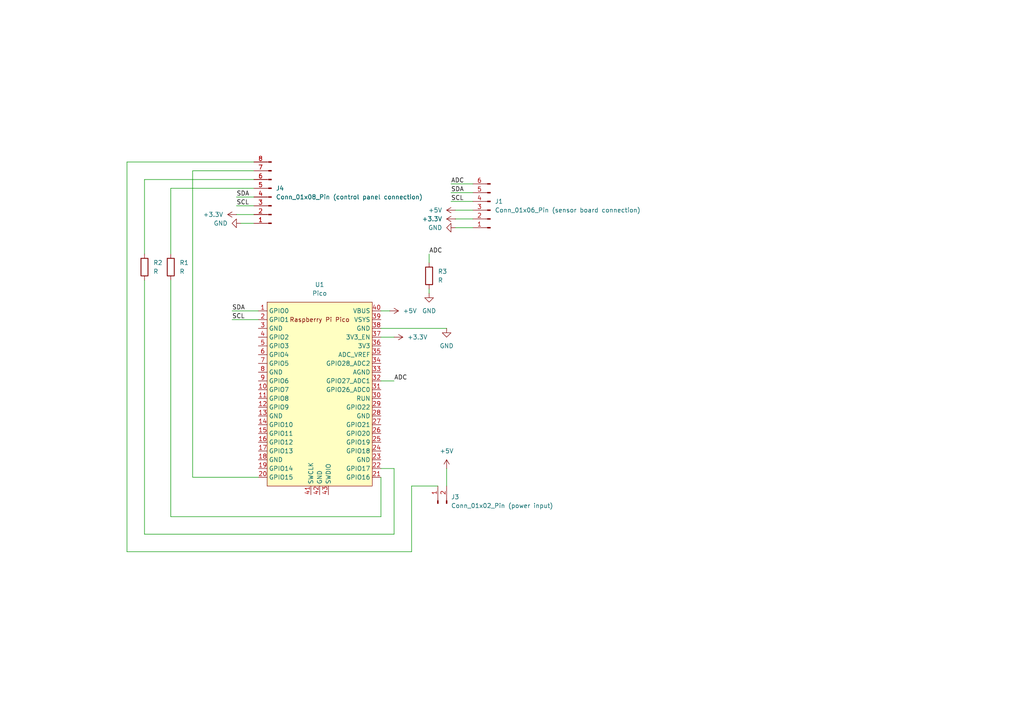
<source format=kicad_sch>
(kicad_sch (version 20250114) (generator "eeschema") (generator_version "9.0")
  (paper "A4")
  (lib_symbols
    (symbol "Connector:Conn_01x02_Pin" (pin_names (offset 1.016) (hide yes))
      (property "Reference" "J" (at 0 2.54 0))
      (property "Value" "Conn_01x02_Pin" (at 0 -5.08 0))
      (symbol "Conn_01x02_Pin_1_1"
        (rectangle (start 0.8636 0.127) (end 0 -0.127) (stroke (width 0.1524)) (fill (type outline)))
        (rectangle (start 0.8636 -2.413) (end 0 -2.667) (stroke (width 0.1524)) (fill (type outline)))
        (polyline (pts (xy 1.27 0) (xy 0.8636 0)) (stroke (width 0.1524)))
        (polyline (pts (xy 1.27 -2.54) (xy 0.8636 -2.54)) (stroke (width 0.1524)))
        (pin passive line (at 5.08 0 180) (length 3.81) (name "Pin_1") (number "1"))
        (pin passive line (at 5.08 -2.54 180) (length 3.81) (name "Pin_2") (number "2"))
      )
    )
    (symbol "Connector:Conn_01x06_Pin" (pin_names (offset 1.016) (hide yes))
      (property "Reference" "J" (at 0 7.62 0))
      (property "Value" "Conn_01x06_Pin" (at 0 -10.16 0))
      (symbol "Conn_01x06_Pin_1_1"
        (rectangle (start 0.8636 5.207) (end 0 4.953) (stroke (width 0.1524)) (fill (type outline)))
        (rectangle (start 0.8636 2.667) (end 0 2.413) (stroke (width 0.1524)) (fill (type outline)))
        (rectangle (start 0.8636 0.127) (end 0 -0.127) (stroke (width 0.1524)) (fill (type outline)))
        (rectangle (start 0.8636 -2.413) (end 0 -2.667) (stroke (width 0.1524)) (fill (type outline)))
        (rectangle (start 0.8636 -4.953) (end 0 -5.207) (stroke (width 0.1524)) (fill (type outline)))
        (rectangle (start 0.8636 -7.493) (end 0 -7.747) (stroke (width 0.1524)) (fill (type outline)))
        (polyline (pts (xy 1.27 5.08) (xy 0.8636 5.08)) (stroke (width 0.1524)))
        (polyline (pts (xy 1.27 2.54) (xy 0.8636 2.54)) (stroke (width 0.1524)))
        (polyline (pts (xy 1.27 0) (xy 0.8636 0)) (stroke (width 0.1524)))
        (polyline (pts (xy 1.27 -2.54) (xy 0.8636 -2.54)) (stroke (width 0.1524)))
        (polyline (pts (xy 1.27 -5.08) (xy 0.8636 -5.08)) (stroke (width 0.1524)))
        (polyline (pts (xy 1.27 -7.62) (xy 0.8636 -7.62)) (stroke (width 0.1524)))
        (pin passive line (at 5.08 5.08 180) (length 3.81) (name "Pin_1") (number "1"))
        (pin passive line (at 5.08 2.54 180) (length 3.81) (name "Pin_2") (number "2"))
        (pin passive line (at 5.08 0 180) (length 3.81) (name "Pin_3") (number "3"))
        (pin passive line (at 5.08 -2.54 180) (length 3.81) (name "Pin_4") (number "4"))
        (pin passive line (at 5.08 -5.08 180) (length 3.81) (name "Pin_5") (number "5"))
        (pin passive line (at 5.08 -7.62 180) (length 3.81) (name "Pin_6") (number "6"))
      )
    )
    (symbol "Connector:Conn_01x08_Pin" (pin_names (offset 1.016) (hide yes))
      (property "Reference" "J" (at 0 10.16 0))
      (property "Value" "Conn_01x08_Pin" (at 0 -12.7 0))
      (symbol "Conn_01x08_Pin_1_1"
        (rectangle (start 0.8636 7.747) (end 0 7.493) (stroke (width 0.1524)) (fill (type outline)))
        (rectangle (start 0.8636 5.207) (end 0 4.953) (stroke (width 0.1524)) (fill (type outline)))
        (rectangle (start 0.8636 2.667) (end 0 2.413) (stroke (width 0.1524)) (fill (type outline)))
        (rectangle (start 0.8636 0.127) (end 0 -0.127) (stroke (width 0.1524)) (fill (type outline)))
        (rectangle (start 0.8636 -2.413) (end 0 -2.667) (stroke (width 0.1524)) (fill (type outline)))
        (rectangle (start 0.8636 -4.953) (end 0 -5.207) (stroke (width 0.1524)) (fill (type outline)))
        (rectangle (start 0.8636 -7.493) (end 0 -7.747) (stroke (width 0.1524)) (fill (type outline)))
        (rectangle (start 0.8636 -10.033) (end 0 -10.287) (stroke (width 0.1524)) (fill (type outline)))
        (polyline (pts (xy 1.27 7.62) (xy 0.8636 7.62)) (stroke (width 0.1524)))
        (polyline (pts (xy 1.27 5.08) (xy 0.8636 5.08)) (stroke (width 0.1524)))
        (polyline (pts (xy 1.27 2.54) (xy 0.8636 2.54)) (stroke (width 0.1524)))
        (polyline (pts (xy 1.27 0) (xy 0.8636 0)) (stroke (width 0.1524)))
        (polyline (pts (xy 1.27 -2.54) (xy 0.8636 -2.54)) (stroke (width 0.1524)))
        (polyline (pts (xy 1.27 -5.08) (xy 0.8636 -5.08)) (stroke (width 0.1524)))
        (polyline (pts (xy 1.27 -7.62) (xy 0.8636 -7.62)) (stroke (width 0.1524)))
        (polyline (pts (xy 1.27 -10.16) (xy 0.8636 -10.16)) (stroke (width 0.1524)))
        (pin passive line (at 5.08 7.62 180) (length 3.81) (name "Pin_1") (number "1"))
        (pin passive line (at 5.08 5.08 180) (length 3.81) (name "Pin_2") (number "2"))
        (pin passive line (at 5.08 2.54 180) (length 3.81) (name "Pin_3") (number "3"))
        (pin passive line (at 5.08 0 180) (length 3.81) (name "Pin_4") (number "4"))
        (pin passive line (at 5.08 -2.54 180) (length 3.81) (name "Pin_5") (number "5"))
        (pin passive line (at 5.08 -5.08 180) (length 3.81) (name "Pin_6") (number "6"))
        (pin passive line (at 5.08 -7.62 180) (length 3.81) (name "Pin_7") (number "7"))
        (pin passive line (at 5.08 -10.16 180) (length 3.81) (name "Pin_8") (number "8"))
      )
    )
    (symbol "Device:R" (pin_numbers (hide yes)) (pin_names (offset 0))
      (property "Reference" "R" (at 2.032 0 90))
      (property "Value" "R" (at 0 0 90))
      (symbol "R_0_1"
        (rectangle (start -1.016 -2.54) (end 1.016 2.54) (stroke (width 0.254)))
      )
      (symbol "R_1_1"
        (pin passive line (at 0 3.81 270) (length 1.27) (name "~") (number "1"))
        (pin passive line (at 0 -3.81 90) (length 1.27) (name "~") (number "2"))
      )
    )
    (symbol "MCU_RaspberryPi_and_Boards:Pico"
      (property "Reference" "U" (at -13.97 27.94 0))
      (property "Value" "Pico" (at 0 19.05 0))
      (symbol "Pico_0_0"
        (text "Raspberry Pi Pico" (at 0 21.59 0) (effects (font (size 1.27 1.27))))
      )
      (symbol "Pico_0_1"
        (rectangle (start -15.24 26.67) (end 15.24 -26.67) (fill (type background)))
      )
      (symbol "Pico_1_1"
        (pin bidirectional line (at -17.78 24.13 0) (length 2.54) (name "GPIO0") (number "1"))
        (pin bidirectional line (at -17.78 21.59 0) (length 2.54) (name "GPIO1") (number "2"))
        (pin power_in line (at -17.78 19.05 0) (length 2.54) (name "GND") (number "3"))
        (pin bidirectional line (at -17.78 16.51 0) (length 2.54) (name "GPIO2") (number "4"))
        (pin bidirectional line (at -17.78 13.97 0) (length 2.54) (name "GPIO3") (number "5"))
        (pin bidirectional line (at -17.78 11.43 0) (length 2.54) (name "GPIO4") (number "6"))
        (pin bidirectional line (at -17.78 8.89 0) (length 2.54) (name "GPIO5") (number "7"))
        (pin power_in line (at -17.78 6.35 0) (length 2.54) (name "GND") (number "8"))
        (pin bidirectional line (at -17.78 3.81 0) (length 2.54) (name "GPIO6") (number "9"))
        (pin bidirectional line (at -17.78 1.27 0) (length 2.54) (name "GPIO7") (number "10"))
        (pin bidirectional line (at -17.78 -1.27 0) (length 2.54) (name "GPIO8") (number "11"))
        (pin bidirectional line (at -17.78 -3.81 0) (length 2.54) (name "GPIO9") (number "12"))
        (pin power_in line (at -17.78 -6.35 0) (length 2.54) (name "GND") (number "13"))
        (pin bidirectional line (at -17.78 -8.89 0) (length 2.54) (name "GPIO10") (number "14"))
        (pin bidirectional line (at -17.78 -11.43 0) (length 2.54) (name "GPIO11") (number "15"))
        (pin bidirectional line (at -17.78 -13.97 0) (length 2.54) (name "GPIO12") (number "16"))
        (pin bidirectional line (at -17.78 -16.51 0) (length 2.54) (name "GPIO13") (number "17"))
        (pin power_in line (at -17.78 -19.05 0) (length 2.54) (name "GND") (number "18"))
        (pin bidirectional line (at -17.78 -21.59 0) (length 2.54) (name "GPIO14") (number "19"))
        (pin bidirectional line (at -17.78 -24.13 0) (length 2.54) (name "GPIO15") (number "20"))
        (pin input line (at -2.54 -29.21 90) (length 2.54) (name "SWCLK") (number "41"))
        (pin power_in line (at 0 -29.21 90) (length 2.54) (name "GND") (number "42"))
        (pin bidirectional line (at 2.54 -29.21 90) (length 2.54) (name "SWDIO") (number "43"))
        (pin power_in line (at 17.78 24.13 180) (length 2.54) (name "VBUS") (number "40"))
        (pin power_in line (at 17.78 21.59 180) (length 2.54) (name "VSYS") (number "39"))
        (pin bidirectional line (at 17.78 19.05 180) (length 2.54) (name "GND") (number "38"))
        (pin input line (at 17.78 16.51 180) (length 2.54) (name "3V3_EN") (number "37"))
        (pin power_in line (at 17.78 13.97 180) (length 2.54) (name "3V3") (number "36"))
        (pin power_in line (at 17.78 11.43 180) (length 2.54) (name "ADC_VREF") (number "35"))
        (pin bidirectional line (at 17.78 8.89 180) (length 2.54) (name "GPIO28_ADC2") (number "34"))
        (pin power_in line (at 17.78 6.35 180) (length 2.54) (name "AGND") (number "33"))
        (pin bidirectional line (at 17.78 3.81 180) (length 2.54) (name "GPIO27_ADC1") (number "32"))
        (pin bidirectional line (at 17.78 1.27 180) (length 2.54) (name "GPIO26_ADC0") (number "31"))
        (pin input line (at 17.78 -1.27 180) (length 2.54) (name "RUN") (number "30"))
        (pin bidirectional line (at 17.78 -3.81 180) (length 2.54) (name "GPIO22") (number "29"))
        (pin power_in line (at 17.78 -6.35 180) (length 2.54) (name "GND") (number "28"))
        (pin bidirectional line (at 17.78 -8.89 180) (length 2.54) (name "GPIO21") (number "27"))
        (pin bidirectional line (at 17.78 -11.43 180) (length 2.54) (name "GPIO20") (number "26"))
        (pin bidirectional line (at 17.78 -13.97 180) (length 2.54) (name "GPIO19") (number "25"))
        (pin bidirectional line (at 17.78 -16.51 180) (length 2.54) (name "GPIO18") (number "24"))
        (pin power_in line (at 17.78 -19.05 180) (length 2.54) (name "GND") (number "23"))
        (pin bidirectional line (at 17.78 -21.59 180) (length 2.54) (name "GPIO17") (number "22"))
        (pin bidirectional line (at 17.78 -24.13 180) (length 2.54) (name "GPIO16") (number "21"))
      )
    )
    (symbol "power:+3.3V" (power) (pin_numbers (hide yes)) (pin_names (offset 0) (hide yes))
      (property "Value" "+3.3V" (at 0 3.556 0))
      (symbol "+3.3V_0_1"
        (polyline (pts (xy -0.762 1.27) (xy 0 2.54)))
        (polyline (pts (xy 0 2.54) (xy 0.762 1.27)))
        (polyline (pts (xy 0 0) (xy 0 2.54)))
      )
      (symbol "+3.3V_1_1"
        (pin power_in line (at 0 0 90) (length 0) (name "~") (number "1"))
      )
    )
    (symbol "power:+5V" (power) (pin_numbers (hide yes)) (pin_names (offset 0) (hide yes))
      (property "Value" "+5V" (at 0 3.556 0))
      (symbol "+5V_0_1"
        (polyline (pts (xy -0.762 1.27) (xy 0 2.54)))
        (polyline (pts (xy 0 2.54) (xy 0.762 1.27)))
        (polyline (pts (xy 0 0) (xy 0 2.54)))
      )
      (symbol "+5V_1_1"
        (pin power_in line (at 0 0 90) (length 0) (name "~") (number "1"))
      )
    )
    (symbol "power:GND" (power) (pin_numbers (hide yes)) (pin_names (offset 0) (hide yes))
      (property "Value" "GND" (at 0 -3.81 0))
      (symbol "GND_0_1"
        (polyline (pts (xy 0 0) (xy 0 -1.27) (xy 1.27 -1.27) (xy 0 -2.54) (xy -1.27 -1.27) (xy 0 -1.27)))
      )
      (symbol "GND_1_1"
        (pin power_in line (at 0 0 270) (length 0) (name "~") (number "1"))
      )
    )
  )
  (wire (pts (xy 124.46 73.66) (xy 124.46 76.2)))
  (wire (pts (xy 110.49 138.43) (xy 110.49 149.86)))
  (wire (pts (xy 119.38 140.97) (xy 119.38 160.02)))
  (wire (pts (xy 132.08 66.04) (xy 137.16 66.04)))
  (wire (pts (xy 129.54 135.89) (xy 129.54 140.97)))
  (wire (pts (xy 41.91 154.94) (xy 41.91 81.28)))
  (wire (pts (xy 127 140.97) (xy 119.38 140.97)))
  (wire (pts (xy 110.49 149.86) (xy 49.53 149.86)))
  (wire (pts (xy 41.91 73.66) (xy 41.91 52.07)))
  (wire (pts (xy 55.88 138.43) (xy 55.88 49.53)))
  (wire (pts (xy 132.08 60.96) (xy 137.16 60.96)))
  (wire (pts (xy 110.49 97.79) (xy 114.3 97.79)))
  (wire (pts (xy 36.83 46.99) (xy 73.66 46.99)))
  (wire (pts (xy 74.93 138.43) (xy 55.88 138.43)))
  (wire (pts (xy 110.49 110.49) (xy 114.3 110.49)))
  (wire (pts (xy 110.49 95.25) (xy 129.54 95.25)))
  (wire (pts (xy 67.31 90.17) (xy 74.93 90.17)))
  (wire (pts (xy 68.58 59.69) (xy 73.66 59.69)))
  (wire (pts (xy 114.3 135.89) (xy 114.3 154.94)))
  (wire (pts (xy 36.83 160.02) (xy 36.83 46.99)))
  (wire (pts (xy 41.91 52.07) (xy 73.66 52.07)))
  (wire (pts (xy 130.81 53.34) (xy 137.16 53.34)))
  (wire (pts (xy 68.58 57.15) (xy 73.66 57.15)))
  (wire (pts (xy 69.85 64.77) (xy 73.66 64.77)))
  (wire (pts (xy 114.3 154.94) (xy 41.91 154.94)))
  (wire (pts (xy 55.88 49.53) (xy 73.66 49.53)))
  (wire (pts (xy 130.81 58.42) (xy 137.16 58.42)))
  (wire (pts (xy 110.49 90.17) (xy 113.03 90.17)))
  (wire (pts (xy 67.31 92.71) (xy 74.93 92.71)))
  (wire (pts (xy 132.08 63.5) (xy 137.16 63.5)))
  (wire (pts (xy 110.49 135.89) (xy 114.3 135.89)))
  (wire (pts (xy 49.53 73.66) (xy 49.53 54.61)))
  (wire (pts (xy 68.58 62.23) (xy 73.66 62.23)))
  (wire (pts (xy 49.53 54.61) (xy 73.66 54.61)))
  (wire (pts (xy 124.46 83.82) (xy 124.46 85.09)))
  (wire (pts (xy 119.38 160.02) (xy 36.83 160.02)))
  (wire (pts (xy 130.81 55.88) (xy 137.16 55.88)))
  (wire (pts (xy 49.53 149.86) (xy 49.53 81.28)))
  (label "ADC" (at 130.81 53.34 0))
  (label "SCL" (at 67.31 92.71 0))
  (label "ADC" (at 114.3 110.49 0))
  (label "SCL" (at 68.58 59.69 0))
  (label "SDA" (at 68.58 57.15 0))
  (label "SDA" (at 67.31 90.17 0))
  (label "SCL" (at 130.81 58.42 0))
  (label "ADC" (at 124.46 73.66 0))
  (label "SDA" (at 130.81 55.88 0))
  (symbol (lib_id "power:+5V") (at 113.03 90.17 270) (unit 1)
    (property "Reference" "#PWR02" (effects (hide yes)))
    (property "Value" "+5V" (at 116.84 90.1699 90) (effects (justify left)))
    (property "Description" "Power symbol creates a global label with name \"+5V\"" (effects (hide yes)))
  )
  (symbol (lib_id "power:+5V") (at 132.08 60.96 90) (unit 1)
    (property "Reference" "#PWR03" (effects (hide yes)))
    (property "Value" "+5V" (at 128.27 60.9599 90) (effects (justify left)))
    (property "Description" "Power symbol creates a global label with name \"+5V\"" (effects (hide yes)))
  )
  (symbol (lib_id "power:+3.3V") (at 114.3 97.79 270) (unit 1)
    (property "Reference" "#PWR05" (effects (hide yes)))
    (property "Value" "+3.3V" (at 118.11 97.7899 90) (effects (justify left)))
    (property "Description" "Power symbol creates a global label with name \"+3.3V\"" (effects (hide yes)))
  )
  (symbol (lib_id "Connector:Conn_01x08_Pin") (at 78.74 57.15 180) (unit 1)
    (property "Reference" "J4" (at 80.01 54.6099 0) (effects (justify right)))
    (property "Value" "Conn_01x08_Pin (control panel connection)" (at 80.01 57.1499 0) (effects (justify right)))
    (property "Footprint" "Connector_PinHeader_2.54mm:PinHeader_1x08_P2.54mm_Vertical" (effects (hide yes)))
    (property "Description" "Generic connector, single row, 01x08, script generated" (effects (hide yes)))
  )
  (symbol (lib_id "Connector:Conn_01x06_Pin") (at 142.24 60.96 180) (unit 1)
    (property "Reference" "J1" (at 143.51 58.4199 0) (effects (justify right)))
    (property "Value" "Conn_01x06_Pin (sensor board connection)" (at 143.51 60.9599 0) (effects (justify right)))
    (property "Footprint" "Connector_JST:JST_PH_B6B-PH-K_1x06_P2.00mm_Vertical" (effects (hide yes)))
    (property "Description" "Generic connector, single row, 01x06, script generated" (effects (hide yes)))
  )
  (symbol (lib_id "power:GND") (at 132.08 66.04 270) (unit 1)
    (property "Reference" "#PWR09" (effects (hide yes)))
    (property "Value" "GND" (at 128.27 66.0399 90) (effects (justify right)))
    (property "Description" "Power symbol creates a global label with name \"GND\" , ground" (effects (hide yes)))
  )
  (symbol (lib_id "power:GND") (at 124.46 85.09 0) (unit 1)
    (property "Reference" "#PWR08" (effects (hide yes)))
    (property "Value" "GND" (at 124.46 90.17 0))
    (property "Description" "Power symbol creates a global label with name \"GND\" , ground" (effects (hide yes)))
  )
  (symbol (lib_id "power:GND") (at 129.54 95.25 0) (unit 1)
    (property "Reference" "#PWR07" (effects (hide yes)))
    (property "Value" "GND" (at 129.54 100.33 0))
    (property "Description" "Power symbol creates a global label with name \"GND\" , ground" (effects (hide yes)))
  )
  (symbol (lib_id "Device:R") (at 49.53 77.47 0) (unit 1)
    (property "Reference" "R1" (at 52.07 76.1999 0) (effects (justify left)))
    (property "Value" "R" (at 52.07 78.7399 0) (effects (justify left)))
    (property "Footprint" "OptoDevice:R_LDR_4.9x4.2mm_P2.54mm_Vertical" (effects (hide yes)))
    (property "Description" "Resistor" (effects (hide yes)))
  )
  (symbol (lib_id "Device:R") (at 124.46 80.01 0) (unit 1)
    (property "Reference" "R3" (at 127 78.7399 0) (effects (justify left)))
    (property "Value" "R" (at 127 81.2799 0) (effects (justify left)))
    (property "Footprint" "OptoDevice:R_LDR_4.9x4.2mm_P2.54mm_Vertical" (effects (hide yes)))
    (property "Description" "Resistor" (effects (hide yes)))
  )
  (symbol (lib_id "Device:R") (at 41.91 77.47 0) (unit 1)
    (property "Reference" "R2" (at 44.45 76.1999 0) (effects (justify left)))
    (property "Value" "R" (at 44.45 78.7399 0) (effects (justify left)))
    (property "Footprint" "OptoDevice:R_LDR_4.9x4.2mm_P2.54mm_Vertical" (effects (hide yes)))
    (property "Description" "Resistor" (effects (hide yes)))
  )
  (symbol (lib_id "power:+3.3V") (at 68.58 62.23 90) (unit 1)
    (property "Reference" "#PWR06" (effects (hide yes)))
    (property "Value" "+3.3V" (at 64.77 62.2299 90) (effects (justify left)))
    (property "Description" "Power symbol creates a global label with name \"+3.3V\"" (effects (hide yes)))
  )
  (symbol (lib_id "Connector:Conn_01x02_Pin") (at 127 146.05 90) (unit 1)
    (property "Reference" "J3" (at 130.81 144.1449 90) (effects (justify right)))
    (property "Value" "Conn_01x02_Pin (power input)" (at 130.81 146.6849 90) (effects (justify right)))
    (property "Footprint" "Connector_JST:JST_JWPF_B02B-JWPF-SK-R_1x02_P2.00mm_Vertical" (effects (hide yes)))
    (property "Description" "Generic connector, single row, 01x02, script generated" (effects (hide yes)))
  )
  (symbol (lib_id "MCU_RaspberryPi_and_Boards:Pico") (at 92.71 114.3 0) (unit 1)
    (property "Reference" "U1" (at 92.71 82.55 0))
    (property "Value" "Pico" (at 92.71 85.09 0))
    (property "Footprint" "RPi_Pico:RPi_Pico_SMD_TH" (effects (hide yes)))
  )
  (symbol (lib_id "power:GND") (at 69.85 64.77 270) (unit 1)
    (property "Reference" "#PWR010" (effects (hide yes)))
    (property "Value" "GND" (at 66.04 64.7699 90) (effects (justify right)))
    (property "Description" "Power symbol creates a global label with name \"GND\" , ground" (effects (hide yes)))
  )
  (symbol (lib_id "power:+5V") (at 129.54 135.89 0) (unit 1)
    (property "Reference" "#PWR01" (effects (hide yes)))
    (property "Value" "+5V" (at 129.54 130.81 0))
    (property "Description" "Power symbol creates a global label with name \"+5V\"" (effects (hide yes)))
  )
  (symbol (lib_id "power:+3.3V") (at 132.08 63.5 90) (unit 1)
    (property "Reference" "#PWR04" (effects (hide yes)))
    (property "Value" "+3.3V" (at 128.27 63.5 90) (effects (justify left)))
    (property "Description" "Power symbol creates a global label with name \"+3.3V\"" (effects (hide yes)))
  )
)
</source>
